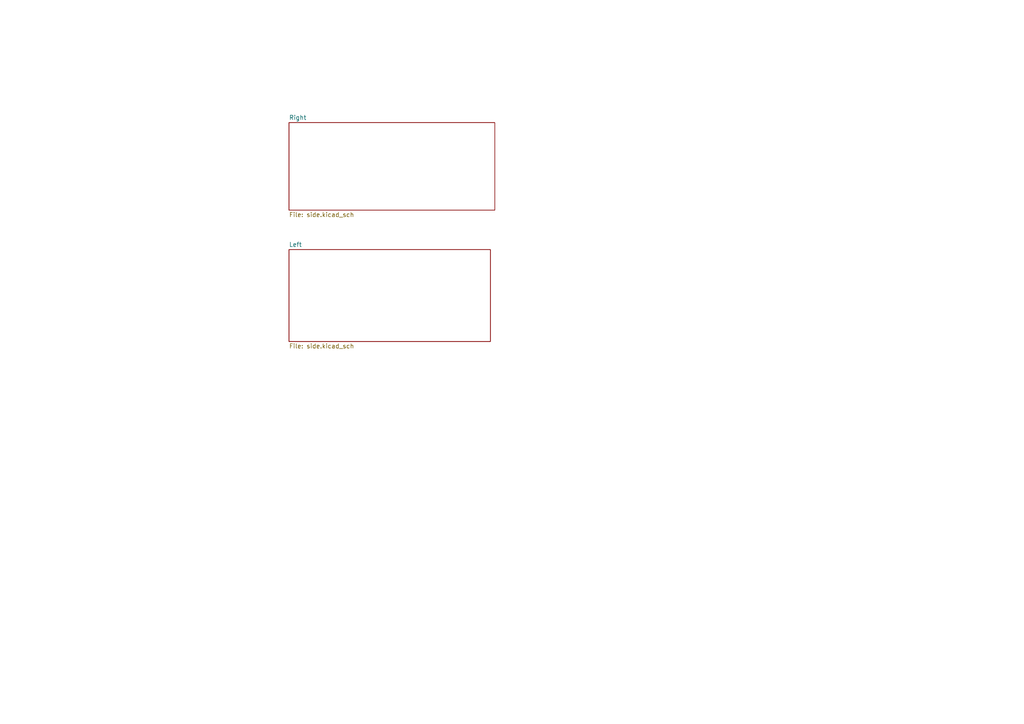
<source format=kicad_sch>
(kicad_sch
	(version 20250114)
	(generator "eeschema")
	(generator_version "9.0")
	(uuid "86cc1cc6-6322-45a3-858e-045ca81d6e5f")
	(paper "A4")
	(lib_symbols)
	(sheet
		(at 83.82 72.39)
		(size 58.42 26.67)
		(exclude_from_sim no)
		(in_bom yes)
		(on_board yes)
		(dnp no)
		(fields_autoplaced yes)
		(stroke
			(width 0.1524)
			(type solid)
		)
		(fill
			(color 0 0 0 0.0000)
		)
		(uuid "590dae44-4b8c-4ab8-a777-9f06fa1d6dcb")
		(property "Sheetname" "Left"
			(at 83.82 71.6784 0)
			(effects
				(font
					(size 1.27 1.27)
				)
				(justify left bottom)
			)
		)
		(property "Sheetfile" "side.kicad_sch"
			(at 83.82 99.6446 0)
			(effects
				(font
					(size 1.27 1.27)
				)
				(justify left top)
			)
		)
		(instances
			(project "Keyboardv3"
				(path "/86cc1cc6-6322-45a3-858e-045ca81d6e5f"
					(page "3")
				)
			)
		)
	)
	(sheet
		(at 83.82 35.56)
		(size 59.69 25.4)
		(exclude_from_sim no)
		(in_bom yes)
		(on_board yes)
		(dnp no)
		(fields_autoplaced yes)
		(stroke
			(width 0.1524)
			(type solid)
		)
		(fill
			(color 0 0 0 0.0000)
		)
		(uuid "b1e54188-1a62-40d8-bfc4-52bf7e981db1")
		(property "Sheetname" "Right"
			(at 83.82 34.8484 0)
			(effects
				(font
					(size 1.27 1.27)
				)
				(justify left bottom)
			)
		)
		(property "Sheetfile" "side.kicad_sch"
			(at 83.82 61.5446 0)
			(effects
				(font
					(size 1.27 1.27)
				)
				(justify left top)
			)
		)
		(instances
			(project "Keyboardv3"
				(path "/86cc1cc6-6322-45a3-858e-045ca81d6e5f"
					(page "2")
				)
			)
		)
	)
	(sheet_instances
		(path "/"
			(page "1")
		)
	)
	(embedded_fonts no)
)

</source>
